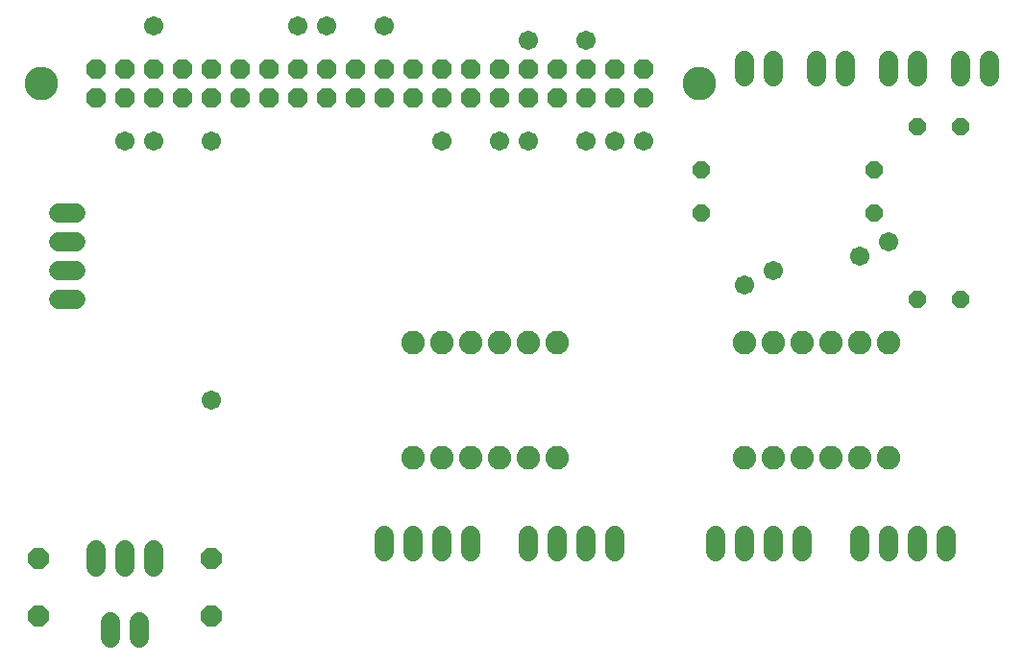
<source format=gbs>
G75*
%MOIN*%
%OFA0B0*%
%FSLAX25Y25*%
%IPPOS*%
%LPD*%
%AMOC8*
5,1,8,0,0,1.08239X$1,22.5*
%
%ADD10C,0.11627*%
%ADD11C,0.08200*%
%ADD12C,0.06737*%
%ADD13OC8,0.07100*%
%ADD14C,0.06800*%
%ADD15OC8,0.06000*%
%ADD16OC8,0.06800*%
%ADD17C,0.06706*%
D10*
X0014827Y0213000D03*
X0243173Y0213000D03*
D11*
X0259000Y0123000D03*
X0269000Y0123000D03*
X0279000Y0123000D03*
X0289000Y0123000D03*
X0299000Y0123000D03*
X0309000Y0123000D03*
X0309000Y0083000D03*
X0299000Y0083000D03*
X0289000Y0083000D03*
X0279000Y0083000D03*
X0269000Y0083000D03*
X0259000Y0083000D03*
X0194000Y0083000D03*
X0184000Y0083000D03*
X0174000Y0083000D03*
X0164000Y0083000D03*
X0154000Y0083000D03*
X0144000Y0083000D03*
X0144000Y0123000D03*
X0154000Y0123000D03*
X0164000Y0123000D03*
X0174000Y0123000D03*
X0184000Y0123000D03*
X0194000Y0123000D03*
D12*
X0039000Y0025969D02*
X0039000Y0020031D01*
X0049000Y0020031D02*
X0049000Y0025969D01*
X0134000Y0050031D02*
X0134000Y0055969D01*
X0144000Y0055969D02*
X0144000Y0050031D01*
X0154000Y0050031D02*
X0154000Y0055969D01*
X0164000Y0055969D02*
X0164000Y0050031D01*
X0184000Y0050031D02*
X0184000Y0055969D01*
X0194000Y0055969D02*
X0194000Y0050031D01*
X0204000Y0050031D02*
X0204000Y0055969D01*
X0214000Y0055969D02*
X0214000Y0050031D01*
X0249000Y0050031D02*
X0249000Y0055969D01*
X0259000Y0055969D02*
X0259000Y0050031D01*
X0269000Y0050031D02*
X0269000Y0055969D01*
X0279000Y0055969D02*
X0279000Y0050031D01*
X0299000Y0050031D02*
X0299000Y0055969D01*
X0309000Y0055969D02*
X0309000Y0050031D01*
X0319000Y0050031D02*
X0319000Y0055969D01*
X0329000Y0055969D02*
X0329000Y0050031D01*
X0334000Y0215031D02*
X0334000Y0220969D01*
X0344000Y0220969D02*
X0344000Y0215031D01*
X0319000Y0215031D02*
X0319000Y0220969D01*
X0309000Y0220969D02*
X0309000Y0215031D01*
X0294000Y0215031D02*
X0294000Y0220969D01*
X0284000Y0220969D02*
X0284000Y0215031D01*
X0269000Y0215031D02*
X0269000Y0220969D01*
X0259000Y0220969D02*
X0259000Y0215031D01*
X0026969Y0168000D02*
X0021031Y0168000D01*
X0021031Y0158000D02*
X0026969Y0158000D01*
X0026969Y0148000D02*
X0021031Y0148000D01*
X0021031Y0138000D02*
X0026969Y0138000D01*
D13*
X0014000Y0048000D03*
X0014000Y0028000D03*
X0074000Y0028000D03*
X0074000Y0048000D03*
D14*
X0054000Y0045000D02*
X0054000Y0051000D01*
X0044000Y0051000D02*
X0044000Y0045000D01*
X0034000Y0045000D02*
X0034000Y0051000D01*
D15*
X0244000Y0168000D03*
X0244000Y0183000D03*
X0304000Y0183000D03*
X0304000Y0168000D03*
X0319000Y0138000D03*
X0334000Y0138000D03*
X0334000Y0198000D03*
X0319000Y0198000D03*
D16*
X0224000Y0208000D03*
X0214000Y0208000D03*
X0204000Y0208000D03*
X0194000Y0208000D03*
X0184000Y0208000D03*
X0174000Y0208000D03*
X0164000Y0208000D03*
X0154000Y0208000D03*
X0144000Y0208000D03*
X0134000Y0208000D03*
X0124000Y0208000D03*
X0114000Y0208000D03*
X0104000Y0208000D03*
X0094000Y0208000D03*
X0084000Y0208000D03*
X0074000Y0208000D03*
X0064000Y0208000D03*
X0054000Y0208000D03*
X0044000Y0208000D03*
X0034000Y0208000D03*
X0034000Y0218000D03*
X0044000Y0218000D03*
X0054000Y0218000D03*
X0064000Y0218000D03*
X0074000Y0218000D03*
X0084000Y0218000D03*
X0094000Y0218000D03*
X0104000Y0218000D03*
X0114000Y0218000D03*
X0124000Y0218000D03*
X0134000Y0218000D03*
X0144000Y0218000D03*
X0154000Y0218000D03*
X0164000Y0218000D03*
X0174000Y0218000D03*
X0184000Y0218000D03*
X0194000Y0218000D03*
X0204000Y0218000D03*
X0214000Y0218000D03*
X0224000Y0218000D03*
D17*
X0204000Y0228000D03*
X0184000Y0228000D03*
X0134000Y0233000D03*
X0114000Y0233000D03*
X0104000Y0233000D03*
X0054000Y0233000D03*
X0054000Y0193000D03*
X0044000Y0193000D03*
X0074000Y0193000D03*
X0154000Y0193000D03*
X0174000Y0193000D03*
X0184000Y0193000D03*
X0204000Y0193000D03*
X0214000Y0193000D03*
X0224000Y0193000D03*
X0269000Y0148000D03*
X0259000Y0143000D03*
X0299000Y0153000D03*
X0309000Y0158000D03*
X0074000Y0103000D03*
M02*

</source>
